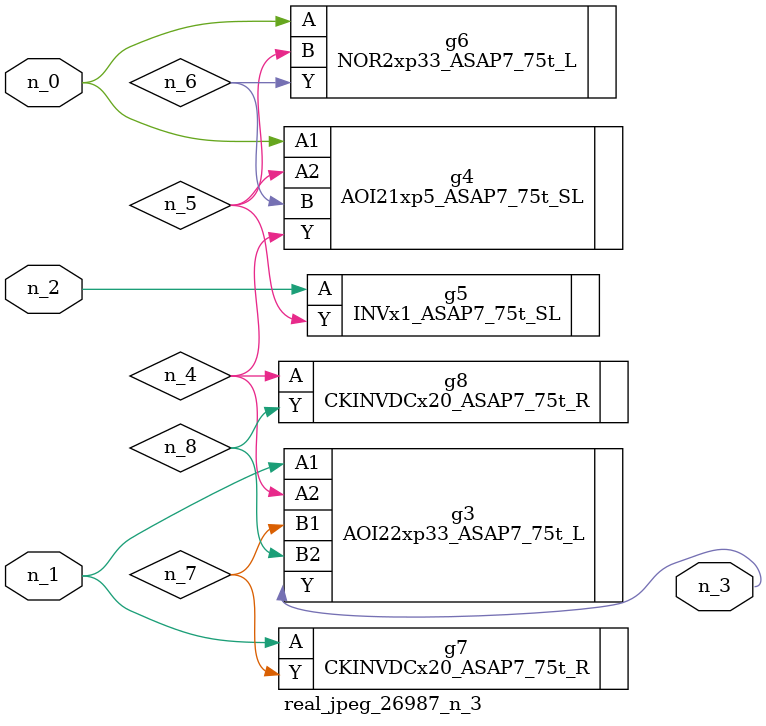
<source format=v>
module real_jpeg_26987_n_3 (n_1, n_0, n_2, n_3);

input n_1;
input n_0;
input n_2;

output n_3;

wire n_5;
wire n_4;
wire n_8;
wire n_6;
wire n_7;

AOI21xp5_ASAP7_75t_SL g4 ( 
.A1(n_0),
.A2(n_5),
.B(n_6),
.Y(n_4)
);

NOR2xp33_ASAP7_75t_L g6 ( 
.A(n_0),
.B(n_5),
.Y(n_6)
);

AOI22xp33_ASAP7_75t_L g3 ( 
.A1(n_1),
.A2(n_4),
.B1(n_7),
.B2(n_8),
.Y(n_3)
);

CKINVDCx20_ASAP7_75t_R g7 ( 
.A(n_1),
.Y(n_7)
);

INVx1_ASAP7_75t_SL g5 ( 
.A(n_2),
.Y(n_5)
);

CKINVDCx20_ASAP7_75t_R g8 ( 
.A(n_4),
.Y(n_8)
);


endmodule
</source>
